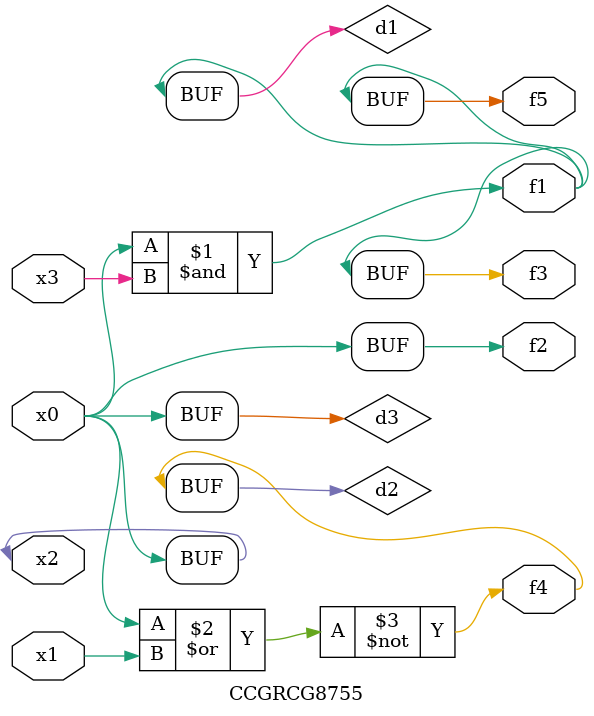
<source format=v>
module CCGRCG8755(
	input x0, x1, x2, x3,
	output f1, f2, f3, f4, f5
);

	wire d1, d2, d3;

	and (d1, x2, x3);
	nor (d2, x0, x1);
	buf (d3, x0, x2);
	assign f1 = d1;
	assign f2 = d3;
	assign f3 = d1;
	assign f4 = d2;
	assign f5 = d1;
endmodule

</source>
